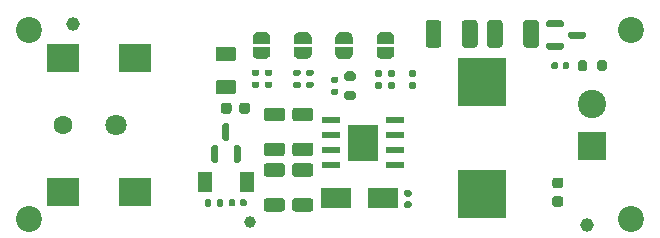
<source format=gts>
G04 #@! TF.GenerationSoftware,KiCad,Pcbnew,5.99.0-unknown-395602b12a~131~ubuntu20.04.1*
G04 #@! TF.CreationDate,2021-07-17T22:50:30+02:00*
G04 #@! TF.ProjectId,TPS5430,54505335-3433-4302-9e6b-696361645f70,1.0.0*
G04 #@! TF.SameCoordinates,Original*
G04 #@! TF.FileFunction,Soldermask,Top*
G04 #@! TF.FilePolarity,Negative*
%FSLAX46Y46*%
G04 Gerber Fmt 4.6, Leading zero omitted, Abs format (unit mm)*
G04 Created by KiCad (PCBNEW 5.99.0-unknown-395602b12a~131~ubuntu20.04.1) date 2021-07-17 22:50:30*
%MOMM*%
%LPD*%
G01*
G04 APERTURE LIST*
%ADD10R,2.500000X1.800000*%
%ADD11C,2.200000*%
%ADD12R,1.300000X1.700000*%
%ADD13R,1.550000X0.600000*%
%ADD14R,2.600000X3.100000*%
%ADD15C,1.000000*%
%ADD16R,4.100000X4.100000*%
%ADD17C,1.152000*%
%ADD18R,2.400000X2.400000*%
%ADD19C,2.400000*%
%ADD20R,2.800000X2.400000*%
%ADD21C,1.600000*%
%ADD22C,1.800000*%
G04 APERTURE END LIST*
D10*
X175000000Y-92200000D03*
X179000000Y-92200000D03*
G36*
G01*
X187800000Y-79225000D02*
X187800000Y-77375000D01*
G75*
G02*
X188050000Y-77125000I250000J0D01*
G01*
X188875000Y-77125000D01*
G75*
G02*
X189125000Y-77375000I0J-250000D01*
G01*
X189125000Y-79225000D01*
G75*
G02*
X188875000Y-79475000I-250000J0D01*
G01*
X188050000Y-79475000D01*
G75*
G02*
X187800000Y-79225000I0J250000D01*
G01*
G37*
G36*
G01*
X190875000Y-79225000D02*
X190875000Y-77375000D01*
G75*
G02*
X191125000Y-77125000I250000J0D01*
G01*
X191950000Y-77125000D01*
G75*
G02*
X192200000Y-77375000I0J-250000D01*
G01*
X192200000Y-79225000D01*
G75*
G02*
X191950000Y-79475000I-250000J0D01*
G01*
X191125000Y-79475000D01*
G75*
G02*
X190875000Y-79225000I0J250000D01*
G01*
G37*
G36*
G01*
X164900000Y-89212500D02*
X164600000Y-89212500D01*
G75*
G02*
X164450000Y-89062500I0J150000D01*
G01*
X164450000Y-87887500D01*
G75*
G02*
X164600000Y-87737500I150000J0D01*
G01*
X164900000Y-87737500D01*
G75*
G02*
X165050000Y-87887500I0J-150000D01*
G01*
X165050000Y-89062500D01*
G75*
G02*
X164900000Y-89212500I-150000J0D01*
G01*
G37*
G36*
G01*
X166800000Y-89212500D02*
X166500000Y-89212500D01*
G75*
G02*
X166350000Y-89062500I0J150000D01*
G01*
X166350000Y-87887500D01*
G75*
G02*
X166500000Y-87737500I150000J0D01*
G01*
X166800000Y-87737500D01*
G75*
G02*
X166950000Y-87887500I0J-150000D01*
G01*
X166950000Y-89062500D01*
G75*
G02*
X166800000Y-89212500I-150000J0D01*
G01*
G37*
G36*
G01*
X165850000Y-87337500D02*
X165550000Y-87337500D01*
G75*
G02*
X165400000Y-87187500I0J150000D01*
G01*
X165400000Y-86012500D01*
G75*
G02*
X165550000Y-85862500I150000J0D01*
G01*
X165850000Y-85862500D01*
G75*
G02*
X166000000Y-86012500I0J-150000D01*
G01*
X166000000Y-87187500D01*
G75*
G02*
X165850000Y-87337500I-150000J0D01*
G01*
G37*
G36*
X169450000Y-79450000D02*
G01*
X169450000Y-79950000D01*
X169445033Y-79950000D01*
X169443568Y-80029941D01*
X169401293Y-80165256D01*
X169322738Y-80283266D01*
X169214219Y-80374486D01*
X169084460Y-80431581D01*
X168950000Y-80449164D01*
X168950000Y-80450000D01*
X168450000Y-80450000D01*
X168450000Y-80449164D01*
X168443891Y-80449963D01*
X168303814Y-80428152D01*
X168175489Y-80367904D01*
X168069231Y-80274060D01*
X167993583Y-80154165D01*
X167954626Y-80017858D01*
X167955041Y-79950000D01*
X167950000Y-79950000D01*
X167950000Y-79450000D01*
X169450000Y-79450000D01*
G37*
G36*
X167955041Y-78650000D02*
G01*
X167955492Y-78576095D01*
X167996111Y-78440274D01*
X168073218Y-78321312D01*
X168180615Y-78228774D01*
X168309667Y-78170097D01*
X168450000Y-78150000D01*
X168950000Y-78150000D01*
X168962216Y-78150149D01*
X169102017Y-78173669D01*
X169229596Y-78235481D01*
X169334700Y-78330616D01*
X169408877Y-78451426D01*
X169446166Y-78588199D01*
X169445033Y-78650000D01*
X169450000Y-78650000D01*
X169450000Y-79150000D01*
X167950000Y-79150000D01*
X167950000Y-78650000D01*
X167955041Y-78650000D01*
G37*
G36*
G01*
X180930000Y-91520000D02*
X181270000Y-91520000D01*
G75*
G02*
X181410000Y-91660000I0J-140000D01*
G01*
X181410000Y-91940000D01*
G75*
G02*
X181270000Y-92080000I-140000J0D01*
G01*
X180930000Y-92080000D01*
G75*
G02*
X180790000Y-91940000I0J140000D01*
G01*
X180790000Y-91660000D01*
G75*
G02*
X180930000Y-91520000I140000J0D01*
G01*
G37*
G36*
G01*
X180930000Y-92480000D02*
X181270000Y-92480000D01*
G75*
G02*
X181410000Y-92620000I0J-140000D01*
G01*
X181410000Y-92900000D01*
G75*
G02*
X181270000Y-93040000I-140000J0D01*
G01*
X180930000Y-93040000D01*
G75*
G02*
X180790000Y-92900000I0J140000D01*
G01*
X180790000Y-92620000D01*
G75*
G02*
X180930000Y-92480000I140000J0D01*
G01*
G37*
G36*
G01*
X165940000Y-92770000D02*
X165940000Y-92430000D01*
G75*
G02*
X166080000Y-92290000I140000J0D01*
G01*
X166360000Y-92290000D01*
G75*
G02*
X166500000Y-92430000I0J-140000D01*
G01*
X166500000Y-92770000D01*
G75*
G02*
X166360000Y-92910000I-140000J0D01*
G01*
X166080000Y-92910000D01*
G75*
G02*
X165940000Y-92770000I0J140000D01*
G01*
G37*
G36*
G01*
X166900000Y-92770000D02*
X166900000Y-92430000D01*
G75*
G02*
X167040000Y-92290000I140000J0D01*
G01*
X167320000Y-92290000D01*
G75*
G02*
X167460000Y-92430000I0J-140000D01*
G01*
X167460000Y-92770000D01*
G75*
G02*
X167320000Y-92910000I-140000J0D01*
G01*
X167040000Y-92910000D01*
G75*
G02*
X166900000Y-92770000I0J140000D01*
G01*
G37*
D11*
X200000000Y-94000000D03*
D12*
X167450000Y-90800000D03*
X163950000Y-90800000D03*
G36*
G01*
X165275000Y-84850000D02*
X165275000Y-84350000D01*
G75*
G02*
X165500000Y-84125000I225000J0D01*
G01*
X165950000Y-84125000D01*
G75*
G02*
X166175000Y-84350000I0J-225000D01*
G01*
X166175000Y-84850000D01*
G75*
G02*
X165950000Y-85075000I-225000J0D01*
G01*
X165500000Y-85075000D01*
G75*
G02*
X165275000Y-84850000I0J225000D01*
G01*
G37*
G36*
G01*
X166825000Y-84850000D02*
X166825000Y-84350000D01*
G75*
G02*
X167050000Y-84125000I225000J0D01*
G01*
X167500000Y-84125000D01*
G75*
G02*
X167725000Y-84350000I0J-225000D01*
G01*
X167725000Y-84850000D01*
G75*
G02*
X167500000Y-85075000I-225000J0D01*
G01*
X167050000Y-85075000D01*
G75*
G02*
X166825000Y-84850000I0J225000D01*
G01*
G37*
G36*
X176450000Y-79450000D02*
G01*
X176450000Y-79950000D01*
X176445033Y-79950000D01*
X176443568Y-80029941D01*
X176401293Y-80165256D01*
X176322738Y-80283266D01*
X176214219Y-80374486D01*
X176084460Y-80431581D01*
X175950000Y-80449164D01*
X175950000Y-80450000D01*
X175450000Y-80450000D01*
X175450000Y-80449164D01*
X175443891Y-80449963D01*
X175303814Y-80428152D01*
X175175489Y-80367904D01*
X175069231Y-80274060D01*
X174993583Y-80154165D01*
X174954626Y-80017858D01*
X174955041Y-79950000D01*
X174950000Y-79950000D01*
X174950000Y-79450000D01*
X176450000Y-79450000D01*
G37*
G36*
X174955041Y-78650000D02*
G01*
X174955492Y-78576095D01*
X174996111Y-78440274D01*
X175073218Y-78321312D01*
X175180615Y-78228774D01*
X175309667Y-78170097D01*
X175450000Y-78150000D01*
X175950000Y-78150000D01*
X175962216Y-78150149D01*
X176102017Y-78173669D01*
X176229596Y-78235481D01*
X176334700Y-78330616D01*
X176408877Y-78451426D01*
X176446166Y-78588199D01*
X176445033Y-78650000D01*
X176450000Y-78650000D01*
X176450000Y-79150000D01*
X174950000Y-79150000D01*
X174950000Y-78650000D01*
X174955041Y-78650000D01*
G37*
G36*
G01*
X171515000Y-81320000D02*
X171885000Y-81320000D01*
G75*
G02*
X172020000Y-81455000I0J-135000D01*
G01*
X172020000Y-81725000D01*
G75*
G02*
X171885000Y-81860000I-135000J0D01*
G01*
X171515000Y-81860000D01*
G75*
G02*
X171380000Y-81725000I0J135000D01*
G01*
X171380000Y-81455000D01*
G75*
G02*
X171515000Y-81320000I135000J0D01*
G01*
G37*
G36*
G01*
X171515000Y-82340000D02*
X171885000Y-82340000D01*
G75*
G02*
X172020000Y-82475000I0J-135000D01*
G01*
X172020000Y-82745000D01*
G75*
G02*
X171885000Y-82880000I-135000J0D01*
G01*
X171515000Y-82880000D01*
G75*
G02*
X171380000Y-82745000I0J135000D01*
G01*
X171380000Y-82475000D01*
G75*
G02*
X171515000Y-82340000I135000J0D01*
G01*
G37*
G36*
G01*
X172850000Y-88650000D02*
X171550000Y-88650000D01*
G75*
G02*
X171300000Y-88400000I0J250000D01*
G01*
X171300000Y-87750000D01*
G75*
G02*
X171550000Y-87500000I250000J0D01*
G01*
X172850000Y-87500000D01*
G75*
G02*
X173100000Y-87750000I0J-250000D01*
G01*
X173100000Y-88400000D01*
G75*
G02*
X172850000Y-88650000I-250000J0D01*
G01*
G37*
G36*
G01*
X172850000Y-85700000D02*
X171550000Y-85700000D01*
G75*
G02*
X171300000Y-85450000I0J250000D01*
G01*
X171300000Y-84800000D01*
G75*
G02*
X171550000Y-84550000I250000J0D01*
G01*
X172850000Y-84550000D01*
G75*
G02*
X173100000Y-84800000I0J-250000D01*
G01*
X173100000Y-85450000D01*
G75*
G02*
X172850000Y-85700000I-250000J0D01*
G01*
G37*
G36*
G01*
X179515000Y-81370000D02*
X179885000Y-81370000D01*
G75*
G02*
X180020000Y-81505000I0J-135000D01*
G01*
X180020000Y-81775000D01*
G75*
G02*
X179885000Y-81910000I-135000J0D01*
G01*
X179515000Y-81910000D01*
G75*
G02*
X179380000Y-81775000I0J135000D01*
G01*
X179380000Y-81505000D01*
G75*
G02*
X179515000Y-81370000I135000J0D01*
G01*
G37*
G36*
G01*
X179515000Y-82390000D02*
X179885000Y-82390000D01*
G75*
G02*
X180020000Y-82525000I0J-135000D01*
G01*
X180020000Y-82795000D01*
G75*
G02*
X179885000Y-82930000I-135000J0D01*
G01*
X179515000Y-82930000D01*
G75*
G02*
X179380000Y-82795000I0J135000D01*
G01*
X179380000Y-82525000D01*
G75*
G02*
X179515000Y-82390000I135000J0D01*
G01*
G37*
G36*
G01*
X169485000Y-82880000D02*
X169115000Y-82880000D01*
G75*
G02*
X168980000Y-82745000I0J135000D01*
G01*
X168980000Y-82475000D01*
G75*
G02*
X169115000Y-82340000I135000J0D01*
G01*
X169485000Y-82340000D01*
G75*
G02*
X169620000Y-82475000I0J-135000D01*
G01*
X169620000Y-82745000D01*
G75*
G02*
X169485000Y-82880000I-135000J0D01*
G01*
G37*
G36*
G01*
X169485000Y-81860000D02*
X169115000Y-81860000D01*
G75*
G02*
X168980000Y-81725000I0J135000D01*
G01*
X168980000Y-81455000D01*
G75*
G02*
X169115000Y-81320000I135000J0D01*
G01*
X169485000Y-81320000D01*
G75*
G02*
X169620000Y-81455000I0J-135000D01*
G01*
X169620000Y-81725000D01*
G75*
G02*
X169485000Y-81860000I-135000J0D01*
G01*
G37*
G36*
X172950000Y-79450000D02*
G01*
X172950000Y-79950000D01*
X172945033Y-79950000D01*
X172943568Y-80029941D01*
X172901293Y-80165256D01*
X172822738Y-80283266D01*
X172714219Y-80374486D01*
X172584460Y-80431581D01*
X172450000Y-80449164D01*
X172450000Y-80450000D01*
X171950000Y-80450000D01*
X171950000Y-80449164D01*
X171943891Y-80449963D01*
X171803814Y-80428152D01*
X171675489Y-80367904D01*
X171569231Y-80274060D01*
X171493583Y-80154165D01*
X171454626Y-80017858D01*
X171455041Y-79950000D01*
X171450000Y-79950000D01*
X171450000Y-79450000D01*
X172950000Y-79450000D01*
G37*
G36*
X171455041Y-78650000D02*
G01*
X171455492Y-78576095D01*
X171496111Y-78440274D01*
X171573218Y-78321312D01*
X171680615Y-78228774D01*
X171809667Y-78170097D01*
X171950000Y-78150000D01*
X172450000Y-78150000D01*
X172462216Y-78150149D01*
X172602017Y-78173669D01*
X172729596Y-78235481D01*
X172834700Y-78330616D01*
X172908877Y-78451426D01*
X172946166Y-78588199D01*
X172945033Y-78650000D01*
X172950000Y-78650000D01*
X172950000Y-79150000D01*
X171450000Y-79150000D01*
X171450000Y-78650000D01*
X171455041Y-78650000D01*
G37*
D13*
X180000000Y-89405000D03*
X180000000Y-88135000D03*
X180000000Y-86865000D03*
X180000000Y-85595000D03*
X174600000Y-85595000D03*
X174600000Y-86865000D03*
X174600000Y-88135000D03*
X174600000Y-89405000D03*
D14*
X177300000Y-87500000D03*
G36*
G01*
X195475000Y-81275000D02*
X195475000Y-80725000D01*
G75*
G02*
X195675000Y-80525000I200000J0D01*
G01*
X196075000Y-80525000D01*
G75*
G02*
X196275000Y-80725000I0J-200000D01*
G01*
X196275000Y-81275000D01*
G75*
G02*
X196075000Y-81475000I-200000J0D01*
G01*
X195675000Y-81475000D01*
G75*
G02*
X195475000Y-81275000I0J200000D01*
G01*
G37*
G36*
G01*
X197125000Y-81275000D02*
X197125000Y-80725000D01*
G75*
G02*
X197325000Y-80525000I200000J0D01*
G01*
X197725000Y-80525000D01*
G75*
G02*
X197925000Y-80725000I0J-200000D01*
G01*
X197925000Y-81275000D01*
G75*
G02*
X197725000Y-81475000I-200000J0D01*
G01*
X197325000Y-81475000D01*
G75*
G02*
X197125000Y-81275000I0J200000D01*
G01*
G37*
G36*
G01*
X171550000Y-89250000D02*
X172850000Y-89250000D01*
G75*
G02*
X173100000Y-89500000I0J-250000D01*
G01*
X173100000Y-90150000D01*
G75*
G02*
X172850000Y-90400000I-250000J0D01*
G01*
X171550000Y-90400000D01*
G75*
G02*
X171300000Y-90150000I0J250000D01*
G01*
X171300000Y-89500000D01*
G75*
G02*
X171550000Y-89250000I250000J0D01*
G01*
G37*
G36*
G01*
X171550000Y-92200000D02*
X172850000Y-92200000D01*
G75*
G02*
X173100000Y-92450000I0J-250000D01*
G01*
X173100000Y-93100000D01*
G75*
G02*
X172850000Y-93350000I-250000J0D01*
G01*
X171550000Y-93350000D01*
G75*
G02*
X171300000Y-93100000I0J250000D01*
G01*
X171300000Y-92450000D01*
G75*
G02*
X171550000Y-92200000I250000J0D01*
G01*
G37*
G36*
G01*
X170450000Y-88650000D02*
X169150000Y-88650000D01*
G75*
G02*
X168900000Y-88400000I0J250000D01*
G01*
X168900000Y-87750000D01*
G75*
G02*
X169150000Y-87500000I250000J0D01*
G01*
X170450000Y-87500000D01*
G75*
G02*
X170700000Y-87750000I0J-250000D01*
G01*
X170700000Y-88400000D01*
G75*
G02*
X170450000Y-88650000I-250000J0D01*
G01*
G37*
G36*
G01*
X170450000Y-85700000D02*
X169150000Y-85700000D01*
G75*
G02*
X168900000Y-85450000I0J250000D01*
G01*
X168900000Y-84800000D01*
G75*
G02*
X169150000Y-84550000I250000J0D01*
G01*
X170450000Y-84550000D01*
G75*
G02*
X170700000Y-84800000I0J-250000D01*
G01*
X170700000Y-85450000D01*
G75*
G02*
X170450000Y-85700000I-250000J0D01*
G01*
G37*
D11*
X149000000Y-78000000D03*
D15*
X167700000Y-94200000D03*
G36*
G01*
X169150000Y-89250000D02*
X170450000Y-89250000D01*
G75*
G02*
X170700000Y-89500000I0J-250000D01*
G01*
X170700000Y-90150000D01*
G75*
G02*
X170450000Y-90400000I-250000J0D01*
G01*
X169150000Y-90400000D01*
G75*
G02*
X168900000Y-90150000I0J250000D01*
G01*
X168900000Y-89500000D01*
G75*
G02*
X169150000Y-89250000I250000J0D01*
G01*
G37*
G36*
G01*
X169150000Y-92200000D02*
X170450000Y-92200000D01*
G75*
G02*
X170700000Y-92450000I0J-250000D01*
G01*
X170700000Y-93100000D01*
G75*
G02*
X170450000Y-93350000I-250000J0D01*
G01*
X169150000Y-93350000D01*
G75*
G02*
X168900000Y-93100000I0J250000D01*
G01*
X168900000Y-92450000D01*
G75*
G02*
X169150000Y-92200000I250000J0D01*
G01*
G37*
D16*
X187400000Y-91850000D03*
X187400000Y-82350000D03*
G36*
G01*
X172615000Y-81320000D02*
X172985000Y-81320000D01*
G75*
G02*
X173120000Y-81455000I0J-135000D01*
G01*
X173120000Y-81725000D01*
G75*
G02*
X172985000Y-81860000I-135000J0D01*
G01*
X172615000Y-81860000D01*
G75*
G02*
X172480000Y-81725000I0J135000D01*
G01*
X172480000Y-81455000D01*
G75*
G02*
X172615000Y-81320000I135000J0D01*
G01*
G37*
G36*
G01*
X172615000Y-82340000D02*
X172985000Y-82340000D01*
G75*
G02*
X173120000Y-82475000I0J-135000D01*
G01*
X173120000Y-82745000D01*
G75*
G02*
X172985000Y-82880000I-135000J0D01*
G01*
X172615000Y-82880000D01*
G75*
G02*
X172480000Y-82745000I0J135000D01*
G01*
X172480000Y-82475000D01*
G75*
G02*
X172615000Y-82340000I135000J0D01*
G01*
G37*
D17*
X152750000Y-77500000D03*
D11*
X200000000Y-78000000D03*
G36*
G01*
X165470000Y-92415000D02*
X165470000Y-92785000D01*
G75*
G02*
X165335000Y-92920000I-135000J0D01*
G01*
X165065000Y-92920000D01*
G75*
G02*
X164930000Y-92785000I0J135000D01*
G01*
X164930000Y-92415000D01*
G75*
G02*
X165065000Y-92280000I135000J0D01*
G01*
X165335000Y-92280000D01*
G75*
G02*
X165470000Y-92415000I0J-135000D01*
G01*
G37*
G36*
G01*
X164450000Y-92415000D02*
X164450000Y-92785000D01*
G75*
G02*
X164315000Y-92920000I-135000J0D01*
G01*
X164045000Y-92920000D01*
G75*
G02*
X163910000Y-92785000I0J135000D01*
G01*
X163910000Y-92415000D01*
G75*
G02*
X164045000Y-92280000I135000J0D01*
G01*
X164315000Y-92280000D01*
G75*
G02*
X164450000Y-92415000I0J-135000D01*
G01*
G37*
G36*
G01*
X178415000Y-81370000D02*
X178785000Y-81370000D01*
G75*
G02*
X178920000Y-81505000I0J-135000D01*
G01*
X178920000Y-81775000D01*
G75*
G02*
X178785000Y-81910000I-135000J0D01*
G01*
X178415000Y-81910000D01*
G75*
G02*
X178280000Y-81775000I0J135000D01*
G01*
X178280000Y-81505000D01*
G75*
G02*
X178415000Y-81370000I135000J0D01*
G01*
G37*
G36*
G01*
X178415000Y-82390000D02*
X178785000Y-82390000D01*
G75*
G02*
X178920000Y-82525000I0J-135000D01*
G01*
X178920000Y-82795000D01*
G75*
G02*
X178785000Y-82930000I-135000J0D01*
G01*
X178415000Y-82930000D01*
G75*
G02*
X178280000Y-82795000I0J135000D01*
G01*
X178280000Y-82525000D01*
G75*
G02*
X178415000Y-82390000I135000J0D01*
G01*
G37*
D17*
X196250000Y-94500000D03*
G36*
G01*
X193240000Y-81170000D02*
X193240000Y-80830000D01*
G75*
G02*
X193380000Y-80690000I140000J0D01*
G01*
X193660000Y-80690000D01*
G75*
G02*
X193800000Y-80830000I0J-140000D01*
G01*
X193800000Y-81170000D01*
G75*
G02*
X193660000Y-81310000I-140000J0D01*
G01*
X193380000Y-81310000D01*
G75*
G02*
X193240000Y-81170000I0J140000D01*
G01*
G37*
G36*
G01*
X194200000Y-81170000D02*
X194200000Y-80830000D01*
G75*
G02*
X194340000Y-80690000I140000J0D01*
G01*
X194620000Y-80690000D01*
G75*
G02*
X194760000Y-80830000I0J-140000D01*
G01*
X194760000Y-81170000D01*
G75*
G02*
X194620000Y-81310000I-140000J0D01*
G01*
X194340000Y-81310000D01*
G75*
G02*
X194200000Y-81170000I0J140000D01*
G01*
G37*
G36*
G01*
X174715000Y-81920000D02*
X175085000Y-81920000D01*
G75*
G02*
X175220000Y-82055000I0J-135000D01*
G01*
X175220000Y-82325000D01*
G75*
G02*
X175085000Y-82460000I-135000J0D01*
G01*
X174715000Y-82460000D01*
G75*
G02*
X174580000Y-82325000I0J135000D01*
G01*
X174580000Y-82055000D01*
G75*
G02*
X174715000Y-81920000I135000J0D01*
G01*
G37*
G36*
G01*
X174715000Y-82940000D02*
X175085000Y-82940000D01*
G75*
G02*
X175220000Y-83075000I0J-135000D01*
G01*
X175220000Y-83345000D01*
G75*
G02*
X175085000Y-83480000I-135000J0D01*
G01*
X174715000Y-83480000D01*
G75*
G02*
X174580000Y-83345000I0J135000D01*
G01*
X174580000Y-83075000D01*
G75*
G02*
X174715000Y-82940000I135000J0D01*
G01*
G37*
G36*
X179950000Y-79450000D02*
G01*
X179950000Y-79950000D01*
X179945033Y-79950000D01*
X179943568Y-80029941D01*
X179901293Y-80165256D01*
X179822738Y-80283266D01*
X179714219Y-80374486D01*
X179584460Y-80431581D01*
X179450000Y-80449164D01*
X179450000Y-80450000D01*
X178950000Y-80450000D01*
X178950000Y-80449164D01*
X178943891Y-80449963D01*
X178803814Y-80428152D01*
X178675489Y-80367904D01*
X178569231Y-80274060D01*
X178493583Y-80154165D01*
X178454626Y-80017858D01*
X178455041Y-79950000D01*
X178450000Y-79950000D01*
X178450000Y-79450000D01*
X179950000Y-79450000D01*
G37*
G36*
X178455041Y-78650000D02*
G01*
X178455492Y-78576095D01*
X178496111Y-78440274D01*
X178573218Y-78321312D01*
X178680615Y-78228774D01*
X178809667Y-78170097D01*
X178950000Y-78150000D01*
X179450000Y-78150000D01*
X179462216Y-78150149D01*
X179602017Y-78173669D01*
X179729596Y-78235481D01*
X179834700Y-78330616D01*
X179908877Y-78451426D01*
X179946166Y-78588199D01*
X179945033Y-78650000D01*
X179950000Y-78650000D01*
X179950000Y-79150000D01*
X178450000Y-79150000D01*
X178450000Y-78650000D01*
X178455041Y-78650000D01*
G37*
G36*
G01*
X192825000Y-77600000D02*
X192825000Y-77300000D01*
G75*
G02*
X192975000Y-77150000I150000J0D01*
G01*
X194150000Y-77150000D01*
G75*
G02*
X194300000Y-77300000I0J-150000D01*
G01*
X194300000Y-77600000D01*
G75*
G02*
X194150000Y-77750000I-150000J0D01*
G01*
X192975000Y-77750000D01*
G75*
G02*
X192825000Y-77600000I0J150000D01*
G01*
G37*
G36*
G01*
X192825000Y-79500000D02*
X192825000Y-79200000D01*
G75*
G02*
X192975000Y-79050000I150000J0D01*
G01*
X194150000Y-79050000D01*
G75*
G02*
X194300000Y-79200000I0J-150000D01*
G01*
X194300000Y-79500000D01*
G75*
G02*
X194150000Y-79650000I-150000J0D01*
G01*
X192975000Y-79650000D01*
G75*
G02*
X192825000Y-79500000I0J150000D01*
G01*
G37*
G36*
G01*
X194700000Y-78550000D02*
X194700000Y-78250000D01*
G75*
G02*
X194850000Y-78100000I150000J0D01*
G01*
X196025000Y-78100000D01*
G75*
G02*
X196175000Y-78250000I0J-150000D01*
G01*
X196175000Y-78550000D01*
G75*
G02*
X196025000Y-78700000I-150000J0D01*
G01*
X194850000Y-78700000D01*
G75*
G02*
X194700000Y-78550000I0J150000D01*
G01*
G37*
D18*
X196700000Y-87750000D03*
D19*
X196700000Y-84250000D03*
G36*
G01*
X181685000Y-82930000D02*
X181315000Y-82930000D01*
G75*
G02*
X181180000Y-82795000I0J135000D01*
G01*
X181180000Y-82525000D01*
G75*
G02*
X181315000Y-82390000I135000J0D01*
G01*
X181685000Y-82390000D01*
G75*
G02*
X181820000Y-82525000I0J-135000D01*
G01*
X181820000Y-82795000D01*
G75*
G02*
X181685000Y-82930000I-135000J0D01*
G01*
G37*
G36*
G01*
X181685000Y-81910000D02*
X181315000Y-81910000D01*
G75*
G02*
X181180000Y-81775000I0J135000D01*
G01*
X181180000Y-81505000D01*
G75*
G02*
X181315000Y-81370000I135000J0D01*
G01*
X181685000Y-81370000D01*
G75*
G02*
X181820000Y-81505000I0J-135000D01*
G01*
X181820000Y-81775000D01*
G75*
G02*
X181685000Y-81910000I-135000J0D01*
G01*
G37*
G36*
G01*
X168015000Y-81320000D02*
X168385000Y-81320000D01*
G75*
G02*
X168520000Y-81455000I0J-135000D01*
G01*
X168520000Y-81725000D01*
G75*
G02*
X168385000Y-81860000I-135000J0D01*
G01*
X168015000Y-81860000D01*
G75*
G02*
X167880000Y-81725000I0J135000D01*
G01*
X167880000Y-81455000D01*
G75*
G02*
X168015000Y-81320000I135000J0D01*
G01*
G37*
G36*
G01*
X168015000Y-82340000D02*
X168385000Y-82340000D01*
G75*
G02*
X168520000Y-82475000I0J-135000D01*
G01*
X168520000Y-82745000D01*
G75*
G02*
X168385000Y-82880000I-135000J0D01*
G01*
X168015000Y-82880000D01*
G75*
G02*
X167880000Y-82745000I0J135000D01*
G01*
X167880000Y-82475000D01*
G75*
G02*
X168015000Y-82340000I135000J0D01*
G01*
G37*
G36*
G01*
X187000000Y-77375000D02*
X187000000Y-79225000D01*
G75*
G02*
X186750000Y-79475000I-250000J0D01*
G01*
X185925000Y-79475000D01*
G75*
G02*
X185675000Y-79225000I0J250000D01*
G01*
X185675000Y-77375000D01*
G75*
G02*
X185925000Y-77125000I250000J0D01*
G01*
X186750000Y-77125000D01*
G75*
G02*
X187000000Y-77375000I0J-250000D01*
G01*
G37*
G36*
G01*
X183925000Y-77375000D02*
X183925000Y-79225000D01*
G75*
G02*
X183675000Y-79475000I-250000J0D01*
G01*
X182850000Y-79475000D01*
G75*
G02*
X182600000Y-79225000I0J250000D01*
G01*
X182600000Y-77375000D01*
G75*
G02*
X182850000Y-77125000I250000J0D01*
G01*
X183675000Y-77125000D01*
G75*
G02*
X183925000Y-77375000I0J-250000D01*
G01*
G37*
D11*
X149000000Y-94000000D03*
G36*
G01*
X165075000Y-79375000D02*
X166325000Y-79375000D01*
G75*
G02*
X166575000Y-79625000I0J-250000D01*
G01*
X166575000Y-80375000D01*
G75*
G02*
X166325000Y-80625000I-250000J0D01*
G01*
X165075000Y-80625000D01*
G75*
G02*
X164825000Y-80375000I0J250000D01*
G01*
X164825000Y-79625000D01*
G75*
G02*
X165075000Y-79375000I250000J0D01*
G01*
G37*
G36*
G01*
X165075000Y-82175000D02*
X166325000Y-82175000D01*
G75*
G02*
X166575000Y-82425000I0J-250000D01*
G01*
X166575000Y-83175000D01*
G75*
G02*
X166325000Y-83425000I-250000J0D01*
G01*
X165075000Y-83425000D01*
G75*
G02*
X164825000Y-83175000I0J250000D01*
G01*
X164825000Y-82425000D01*
G75*
G02*
X165075000Y-82175000I250000J0D01*
G01*
G37*
G36*
G01*
X176475000Y-83925000D02*
X175925000Y-83925000D01*
G75*
G02*
X175725000Y-83725000I0J200000D01*
G01*
X175725000Y-83325000D01*
G75*
G02*
X175925000Y-83125000I200000J0D01*
G01*
X176475000Y-83125000D01*
G75*
G02*
X176675000Y-83325000I0J-200000D01*
G01*
X176675000Y-83725000D01*
G75*
G02*
X176475000Y-83925000I-200000J0D01*
G01*
G37*
G36*
G01*
X176475000Y-82275000D02*
X175925000Y-82275000D01*
G75*
G02*
X175725000Y-82075000I0J200000D01*
G01*
X175725000Y-81675000D01*
G75*
G02*
X175925000Y-81475000I200000J0D01*
G01*
X176475000Y-81475000D01*
G75*
G02*
X176675000Y-81675000I0J-200000D01*
G01*
X176675000Y-82075000D01*
G75*
G02*
X176475000Y-82275000I-200000J0D01*
G01*
G37*
G36*
G01*
X193543750Y-90475000D02*
X194056250Y-90475000D01*
G75*
G02*
X194275000Y-90693750I0J-218750D01*
G01*
X194275000Y-91131250D01*
G75*
G02*
X194056250Y-91350000I-218750J0D01*
G01*
X193543750Y-91350000D01*
G75*
G02*
X193325000Y-91131250I0J218750D01*
G01*
X193325000Y-90693750D01*
G75*
G02*
X193543750Y-90475000I218750J0D01*
G01*
G37*
G36*
G01*
X193543750Y-92050000D02*
X194056250Y-92050000D01*
G75*
G02*
X194275000Y-92268750I0J-218750D01*
G01*
X194275000Y-92706250D01*
G75*
G02*
X194056250Y-92925000I-218750J0D01*
G01*
X193543750Y-92925000D01*
G75*
G02*
X193325000Y-92706250I0J218750D01*
G01*
X193325000Y-92268750D01*
G75*
G02*
X193543750Y-92050000I218750J0D01*
G01*
G37*
D20*
X158000000Y-80300000D03*
X151900000Y-80300000D03*
X151900000Y-91700000D03*
X158000000Y-91700000D03*
D21*
X151900000Y-86000000D03*
D22*
X156400000Y-86000000D03*
M02*

</source>
